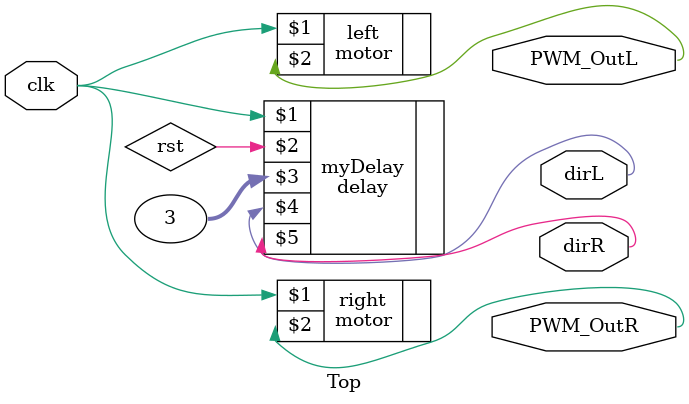
<source format=v>
module Top(clk,PWM_OutR, dirR,PWM_OutL, dirL);
	input  clk;
	output PWM_OutR, dirR, PWM_OutL, dirL;

	motor right(clk,PWM_OutR);
	motor left(clk,PWM_OutL);
	delay myDelay(clk,rst,3,dirL,dirR);
endmodule

</source>
